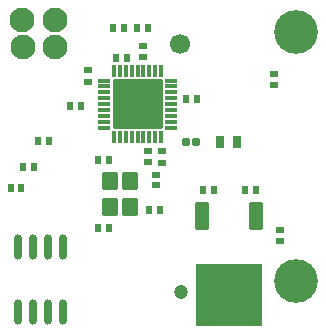
<source format=gbr>
%TF.GenerationSoftware,KiCad,Pcbnew,7.0.2-0*%
%TF.CreationDate,2023-06-27T10:53:37-07:00*%
%TF.ProjectId,jitx-design,6a697478-2d64-4657-9369-676e2e6b6963,rev?*%
%TF.SameCoordinates,Original*%
%TF.FileFunction,Soldermask,Top*%
%TF.FilePolarity,Negative*%
%FSLAX46Y46*%
G04 Gerber Fmt 4.6, Leading zero omitted, Abs format (unit mm)*
G04 Created by KiCad (PCBNEW 7.0.2-0) date 2023-06-27 10:53:37*
%MOMM*%
%LPD*%
G01*
G04 APERTURE LIST*
G04 Aperture macros list*
%AMRoundRect*
0 Rectangle with rounded corners*
0 $1 Rounding radius*
0 $2 $3 $4 $5 $6 $7 $8 $9 X,Y pos of 4 corners*
0 Add a 4 corners polygon primitive as box body*
4,1,4,$2,$3,$4,$5,$6,$7,$8,$9,$2,$3,0*
0 Add four circle primitives for the rounded corners*
1,1,$1+$1,$2,$3*
1,1,$1+$1,$4,$5*
1,1,$1+$1,$6,$7*
1,1,$1+$1,$8,$9*
0 Add four rect primitives between the rounded corners*
20,1,$1+$1,$2,$3,$4,$5,0*
20,1,$1+$1,$4,$5,$6,$7,0*
20,1,$1+$1,$6,$7,$8,$9,0*
20,1,$1+$1,$8,$9,$2,$3,0*%
G04 Aperture macros list end*
%ADD10RoundRect,0.050000X-0.208889X0.300000X-0.208889X-0.300000X0.208889X-0.300000X0.208889X0.300000X0*%
%ADD11RoundRect,0.050000X-0.300000X-0.208889X0.300000X-0.208889X0.300000X0.208889X-0.300000X0.208889X0*%
%ADD12RoundRect,0.050000X0.300000X0.208889X-0.300000X0.208889X-0.300000X-0.208889X0.300000X-0.208889X0*%
%ADD13RoundRect,0.050000X-0.300000X-0.186389X0.300000X-0.186389X0.300000X0.186389X-0.300000X0.186389X0*%
%ADD14RoundRect,0.050000X0.190139X-0.300000X0.190139X0.300000X-0.190139X0.300000X-0.190139X-0.300000X0*%
%ADD15RoundRect,0.050000X-0.300000X-0.190139X0.300000X-0.190139X0.300000X0.190139X-0.300000X0.190139X0*%
%ADD16C,2.100000*%
%ADD17RoundRect,0.050000X0.208889X-0.300000X0.208889X0.300000X-0.208889X0.300000X-0.208889X-0.300000X0*%
%ADD18RoundRect,0.050000X0.183889X-0.300000X0.183889X0.300000X-0.183889X0.300000X-0.183889X-0.300000X0*%
%ADD19O,0.690000X2.147000*%
%ADD20RoundRect,0.050000X-0.300000X-0.215139X0.300000X-0.215139X0.300000X0.215139X-0.300000X0.215139X0*%
%ADD21RoundRect,0.050000X0.256066X-0.475000X0.256066X0.475000X-0.256066X0.475000X-0.256066X-0.475000X0*%
%ADD22RoundRect,0.050000X-0.190139X0.300000X-0.190139X-0.300000X0.190139X-0.300000X0.190139X0.300000X0*%
%ADD23RoundRect,0.051000X-0.283000X-0.270000X0.283000X-0.270000X0.283000X0.270000X-0.283000X0.270000X0*%
%ADD24RoundRect,0.051000X0.532000X-1.109000X0.532000X1.109000X-0.532000X1.109000X-0.532000X-1.109000X0*%
%ADD25RoundRect,0.051000X2.777000X-2.602000X2.777000X2.602000X-2.777000X2.602000X-2.777000X-2.602000X0*%
%ADD26RoundRect,0.051000X0.600000X-0.700000X0.600000X0.700000X-0.600000X0.700000X-0.600000X-0.700000X0*%
%ADD27RoundRect,0.050000X-0.445000X0.140000X-0.445000X-0.140000X0.445000X-0.140000X0.445000X0.140000X0*%
%ADD28RoundRect,0.050000X-0.140000X-0.445000X0.140000X-0.445000X0.140000X0.445000X-0.140000X0.445000X0*%
%ADD29RoundRect,0.050000X2.050000X2.050000X-2.050000X2.050000X-2.050000X-2.050000X2.050000X-2.050000X0*%
%ADD30C,2.300000*%
%ADD31C,3.700000*%
%ADD32C,1.700000*%
%ADD33C,1.200000*%
G04 APERTURE END LIST*
D10*
%TO.C,C3*%
X143060672Y-110835572D03*
X142103450Y-110835572D03*
%TD*%
D11*
%TO.C,C1*%
X148622184Y-114216203D03*
X148622184Y-115173425D03*
%TD*%
D12*
%TO.C,C6*%
X137482233Y-108498823D03*
X137482233Y-107541601D03*
%TD*%
D13*
%TO.C,R5*%
X138129245Y-109574220D03*
X138129245Y-110486442D03*
%TD*%
D12*
%TO.C,C10*%
X138644942Y-108548873D03*
X138644942Y-107591651D03*
%TD*%
D11*
%TO.C,C5*%
X137089343Y-98689029D03*
X137089343Y-99646251D03*
%TD*%
D14*
%TO.C,R4*%
X128202801Y-106729721D03*
X129122523Y-106729721D03*
%TD*%
D15*
%TO.C,R1*%
X148106609Y-101082516D03*
X148106609Y-102002238D03*
%TD*%
D10*
%TO.C,C8*%
X137486311Y-97138773D03*
X136529089Y-97138773D03*
%TD*%
D14*
%TO.C,R3*%
X126883250Y-108885762D03*
X127802972Y-108885762D03*
%TD*%
D16*
%TO.C,U8*%
X129640552Y-96501199D03*
%TD*%
%TO.C,U6*%
X126859670Y-98770685D03*
%TD*%
D17*
%TO.C,C12*%
X137573127Y-112571302D03*
X138530349Y-112571302D03*
%TD*%
D18*
%TO.C,R6*%
X134502123Y-97122587D03*
X135409345Y-97122587D03*
%TD*%
D14*
%TO.C,R2*%
X125847533Y-110727391D03*
X126767255Y-110727391D03*
%TD*%
D19*
%TO.C,U4*%
X126467171Y-121212230D03*
X127737171Y-121212230D03*
X129007171Y-121212230D03*
X130277171Y-121212230D03*
X130277171Y-115667230D03*
X129007171Y-115667230D03*
X127737171Y-115667230D03*
X126467171Y-115667230D03*
%TD*%
D17*
%TO.C,C9*%
X130884467Y-103715096D03*
X131841689Y-103715096D03*
%TD*%
D20*
%TO.C,C11*%
X132381115Y-100722671D03*
X132381115Y-101692393D03*
%TD*%
D21*
%TO.C,LED1*%
X143607724Y-106840352D03*
X145045592Y-106840352D03*
%TD*%
D10*
%TO.C,C7*%
X141652863Y-103134378D03*
X140695641Y-103134378D03*
%TD*%
D16*
%TO.C,U7*%
X126853950Y-96515848D03*
%TD*%
D10*
%TO.C,C13*%
X134168661Y-108309522D03*
X133211439Y-108309522D03*
%TD*%
D16*
%TO.C,U9*%
X129639143Y-98796163D03*
%TD*%
D17*
%TO.C,C2*%
X145699373Y-110839534D03*
X146656595Y-110839534D03*
%TD*%
D22*
%TO.C,R7*%
X134176631Y-114068215D03*
X133256909Y-114068215D03*
%TD*%
D23*
%TO.C,R8*%
X140693658Y-106840852D03*
X141559658Y-106840852D03*
%TD*%
D24*
%TO.C,U3*%
X146659619Y-113037221D03*
D25*
X144360619Y-119734221D03*
D24*
X142060619Y-113037221D03*
%TD*%
D26*
%TO.C,X1*%
X135973506Y-112346485D03*
X135973506Y-110146485D03*
X134273506Y-110146485D03*
X134273506Y-112346485D03*
%TD*%
D27*
%TO.C,U5*%
X139405865Y-105604046D03*
X139405865Y-105104046D03*
X139405865Y-104604046D03*
X139405865Y-104104046D03*
X139405865Y-103604046D03*
X139405865Y-103104046D03*
X139405865Y-102604046D03*
X139405865Y-102104046D03*
X139405865Y-101604046D03*
D28*
X138595865Y-100795046D03*
X138095865Y-100795046D03*
X137595865Y-100795046D03*
X137095865Y-100795046D03*
X136595865Y-100795046D03*
X136095865Y-100795046D03*
X135595865Y-100795046D03*
X135095865Y-100795046D03*
X134595865Y-100795046D03*
D27*
X133785865Y-101604046D03*
X133785865Y-102104046D03*
X133785865Y-102604046D03*
X133785865Y-103104046D03*
X133785865Y-103604046D03*
X133785865Y-104104046D03*
X133785865Y-104604046D03*
X133785865Y-105104046D03*
X133785865Y-105604046D03*
D28*
X134595865Y-106414046D03*
X135095865Y-106414046D03*
X135595865Y-106414046D03*
X136095865Y-106414046D03*
X136595865Y-106414046D03*
X137095865Y-106414046D03*
X137595865Y-106414046D03*
X138095865Y-106414046D03*
X138595865Y-106414046D03*
D29*
X136595865Y-103604046D03*
%TD*%
D10*
%TO.C,C4*%
X135731734Y-99695657D03*
X134774512Y-99695657D03*
%TD*%
D30*
%TO.C,U1*%
X150050000Y-97450000D03*
D31*
X150050000Y-97450000D03*
%TD*%
D30*
%TO.C,U2*%
X150050000Y-118550000D03*
D31*
X150050000Y-118550000D03*
%TD*%
D32*
%TO.C,Card1*%
X140225000Y-98500000D03*
D33*
X140275000Y-119500000D03*
%TD*%
M02*

</source>
